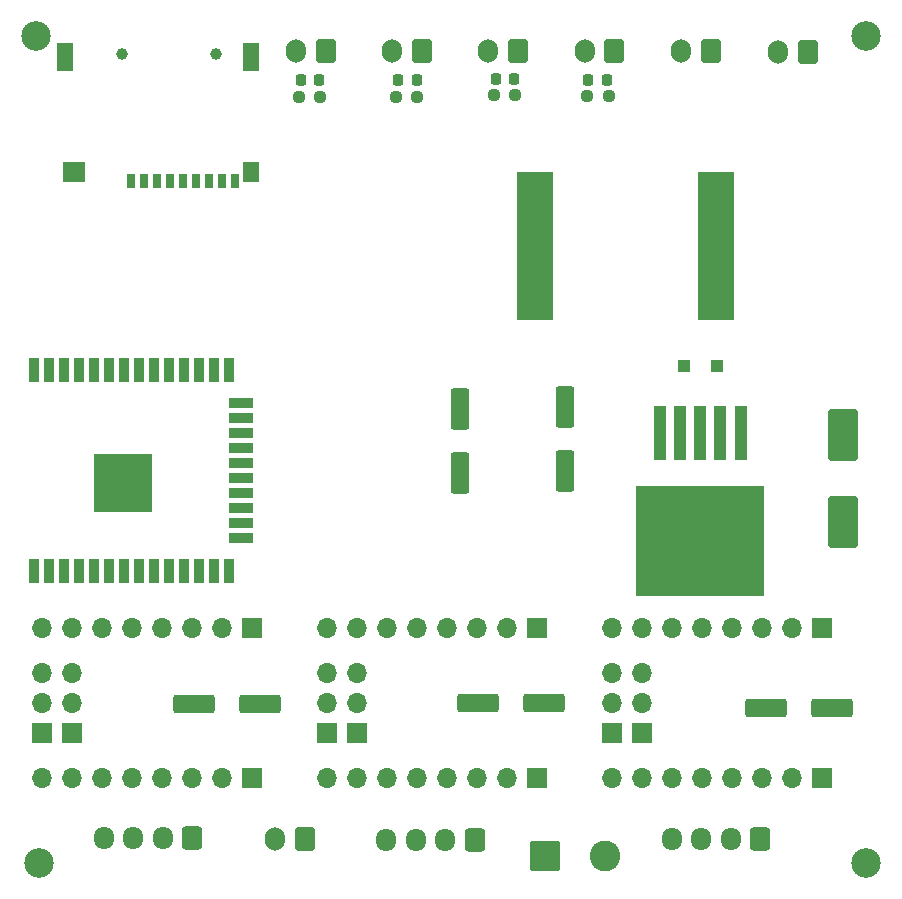
<source format=gbr>
%TF.GenerationSoftware,KiCad,Pcbnew,9.0.0*%
%TF.CreationDate,2025-04-21T14:47:56+01:00*%
%TF.ProjectId,ESP32_Cnc_Shield,45535033-325f-4436-9e63-5f536869656c,rev?*%
%TF.SameCoordinates,Original*%
%TF.FileFunction,Soldermask,Top*%
%TF.FilePolarity,Negative*%
%FSLAX46Y46*%
G04 Gerber Fmt 4.6, Leading zero omitted, Abs format (unit mm)*
G04 Created by KiCad (PCBNEW 9.0.0) date 2025-04-21 14:47:56*
%MOMM*%
%LPD*%
G01*
G04 APERTURE LIST*
G04 Aperture macros list*
%AMRoundRect*
0 Rectangle with rounded corners*
0 $1 Rounding radius*
0 $2 $3 $4 $5 $6 $7 $8 $9 X,Y pos of 4 corners*
0 Add a 4 corners polygon primitive as box body*
4,1,4,$2,$3,$4,$5,$6,$7,$8,$9,$2,$3,0*
0 Add four circle primitives for the rounded corners*
1,1,$1+$1,$2,$3*
1,1,$1+$1,$4,$5*
1,1,$1+$1,$6,$7*
1,1,$1+$1,$8,$9*
0 Add four rect primitives between the rounded corners*
20,1,$1+$1,$2,$3,$4,$5,0*
20,1,$1+$1,$4,$5,$6,$7,0*
20,1,$1+$1,$6,$7,$8,$9,0*
20,1,$1+$1,$8,$9,$2,$3,0*%
G04 Aperture macros list end*
%ADD10R,1.700000X1.700000*%
%ADD11O,1.700000X1.700000*%
%ADD12RoundRect,0.250000X1.500000X0.550000X-1.500000X0.550000X-1.500000X-0.550000X1.500000X-0.550000X0*%
%ADD13RoundRect,0.250000X-0.550000X1.500000X-0.550000X-1.500000X0.550000X-1.500000X0.550000X1.500000X0*%
%ADD14C,2.500000*%
%ADD15RoundRect,0.250000X0.600000X0.725000X-0.600000X0.725000X-0.600000X-0.725000X0.600000X-0.725000X0*%
%ADD16O,1.700000X1.950000*%
%ADD17RoundRect,0.250000X0.600000X0.750000X-0.600000X0.750000X-0.600000X-0.750000X0.600000X-0.750000X0*%
%ADD18O,1.700000X2.000000*%
%ADD19R,0.900000X2.000000*%
%ADD20R,2.000000X0.900000*%
%ADD21R,5.000000X5.000000*%
%ADD22C,0.999997*%
%ADD23R,0.700000X1.300000*%
%ADD24R,1.447800X1.651000*%
%ADD25R,1.447800X2.438400*%
%ADD26R,1.854200X1.651000*%
%ADD27RoundRect,0.237500X-0.250000X-0.237500X0.250000X-0.237500X0.250000X0.237500X-0.250000X0.237500X0*%
%ADD28R,1.100000X4.600000*%
%ADD29R,10.800000X9.400000*%
%ADD30RoundRect,0.250000X-1.050000X-1.050000X1.050000X-1.050000X1.050000X1.050000X-1.050000X1.050000X0*%
%ADD31C,2.600000*%
%ADD32RoundRect,0.250000X-1.000000X1.950000X-1.000000X-1.950000X1.000000X-1.950000X1.000000X1.950000X0*%
%ADD33R,3.150000X12.500000*%
%ADD34RoundRect,0.225000X0.225000X0.250000X-0.225000X0.250000X-0.225000X-0.250000X0.225000X-0.250000X0*%
%ADD35R,1.100000X1.100000*%
G04 APERTURE END LIST*
D10*
%TO.C,J11*%
X103505000Y-136510000D03*
D11*
X103505000Y-133970000D03*
X103505000Y-131430000D03*
%TD*%
D12*
%TO.C,C6*%
X119600000Y-134370000D03*
X114000000Y-134370000D03*
%TD*%
D13*
%TO.C,C2*%
X97050000Y-108890000D03*
X97050000Y-114290000D03*
%TD*%
D14*
%TO.C,H2*%
X52250000Y-77500000D03*
%TD*%
D15*
%TO.C,J17*%
X89360000Y-145530000D03*
D16*
X86860000Y-145530000D03*
X84360000Y-145530000D03*
X81860000Y-145530000D03*
%TD*%
D14*
%TO.C,H4*%
X122500000Y-147500000D03*
%TD*%
D12*
%TO.C,C4*%
X71200000Y-134020000D03*
X65600000Y-134020000D03*
%TD*%
D17*
%TO.C,J2*%
X74990000Y-145490000D03*
D18*
X72490000Y-145490000D03*
%TD*%
D19*
%TO.C,U1*%
X52070000Y-122800000D03*
X53340000Y-122800000D03*
X54610000Y-122800000D03*
X55880000Y-122800000D03*
X57150000Y-122800000D03*
X58420000Y-122800000D03*
X59690000Y-122800000D03*
X60960000Y-122800000D03*
X62230000Y-122800000D03*
X63500000Y-122800000D03*
X64770000Y-122800000D03*
X66040000Y-122800000D03*
X67310000Y-122800000D03*
X68580000Y-122800000D03*
D20*
X69580000Y-120015000D03*
X69580000Y-118745000D03*
X69580000Y-117475000D03*
X69580000Y-116205000D03*
X69580000Y-114935000D03*
X69580000Y-113665000D03*
X69580000Y-112395000D03*
X69580000Y-111125000D03*
X69580000Y-109855000D03*
X69580000Y-108585000D03*
D19*
X68580000Y-105800000D03*
X67310000Y-105800000D03*
X66040000Y-105800000D03*
X64770000Y-105800000D03*
X63500000Y-105800000D03*
X62230000Y-105800000D03*
X60960000Y-105800000D03*
X59690000Y-105800000D03*
X58420000Y-105800000D03*
X57150000Y-105800000D03*
X55880000Y-105800000D03*
X54610000Y-105800000D03*
X53340000Y-105800000D03*
X52070000Y-105800000D03*
D21*
X59570000Y-115300000D03*
%TD*%
D22*
%TO.C,MICRO_SD1*%
X67483800Y-79039400D03*
X59508200Y-79039400D03*
D23*
X60250200Y-89743800D03*
X61350200Y-89743800D03*
X62450200Y-89743800D03*
X63550200Y-89743800D03*
X64650200Y-89743800D03*
X65750200Y-89743800D03*
X66850200Y-89743800D03*
X67950200Y-89743800D03*
X69050200Y-89743800D03*
D24*
X70468600Y-88970000D03*
D25*
X70468600Y-79270000D03*
X54643800Y-79270000D03*
D26*
X55418800Y-88970000D03*
%TD*%
D10*
%TO.C,J13*%
X118745000Y-127620000D03*
D11*
X116205000Y-127620000D03*
X113665000Y-127620000D03*
X111125000Y-127620000D03*
X108585000Y-127620000D03*
X106045000Y-127620000D03*
X103505000Y-127620000D03*
X100965000Y-127620000D03*
%TD*%
D27*
%TO.C,R11*%
X91000000Y-82480000D03*
X92825000Y-82480000D03*
%TD*%
D10*
%TO.C,J10*%
X100965000Y-136510000D03*
D11*
X100965000Y-133970000D03*
X100965000Y-131430000D03*
%TD*%
D10*
%TO.C,J4*%
X70485000Y-127620000D03*
D11*
X67945000Y-127620000D03*
X65405000Y-127620000D03*
X62865000Y-127620000D03*
X60325000Y-127620000D03*
X57785000Y-127620000D03*
X55245000Y-127620000D03*
X52705000Y-127620000D03*
%TD*%
D15*
%TO.C,J16*%
X113560000Y-145450000D03*
D16*
X111060000Y-145450000D03*
X108560000Y-145450000D03*
X106060000Y-145450000D03*
%TD*%
D28*
%TO.C,U2*%
X111880000Y-111075000D03*
X110180000Y-111075000D03*
X108480000Y-111075000D03*
D29*
X108480000Y-120225000D03*
D28*
X106780000Y-111075000D03*
X105080000Y-111075000D03*
%TD*%
D10*
%TO.C,J15*%
X94615000Y-140320000D03*
D11*
X92075000Y-140320000D03*
X89535000Y-140320000D03*
X86995000Y-140320000D03*
X84455000Y-140320000D03*
X81915000Y-140320000D03*
X79375000Y-140320000D03*
X76835000Y-140320000D03*
%TD*%
D10*
%TO.C,J12*%
X94615000Y-127620000D03*
D11*
X92075000Y-127620000D03*
X89535000Y-127620000D03*
X86995000Y-127620000D03*
X84455000Y-127620000D03*
X81915000Y-127620000D03*
X79375000Y-127620000D03*
X76835000Y-127620000D03*
%TD*%
D30*
%TO.C,J1*%
X95315000Y-146912500D03*
D31*
X100395000Y-146912500D03*
%TD*%
D27*
%TO.C,R13*%
X74487500Y-82620000D03*
X76312500Y-82620000D03*
%TD*%
D17*
%TO.C,J21*%
X76750000Y-78750000D03*
D18*
X74250000Y-78750000D03*
%TD*%
D12*
%TO.C,C5*%
X95210000Y-133980000D03*
X89610000Y-133980000D03*
%TD*%
D32*
%TO.C,C1*%
X120545000Y-111245000D03*
X120545000Y-118645000D03*
%TD*%
D15*
%TO.C,J6*%
X65450000Y-145410000D03*
D16*
X62950000Y-145410000D03*
X60450000Y-145410000D03*
X57950000Y-145410000D03*
%TD*%
D17*
%TO.C,J20*%
X101175000Y-78800000D03*
D18*
X98675000Y-78800000D03*
%TD*%
D33*
%TO.C,L1*%
X109805000Y-95260000D03*
X94455000Y-95260000D03*
%TD*%
D10*
%TO.C,J3*%
X52705000Y-136510000D03*
D11*
X52705000Y-133970000D03*
X52705000Y-131430000D03*
%TD*%
D17*
%TO.C,J24*%
X109380000Y-78790000D03*
D18*
X106880000Y-78790000D03*
%TD*%
D14*
%TO.C,H3*%
X52500000Y-147500000D03*
%TD*%
D34*
%TO.C,C7*%
X84462500Y-81210000D03*
X82912500Y-81210000D03*
%TD*%
D13*
%TO.C,C3*%
X88160000Y-109070000D03*
X88160000Y-114470000D03*
%TD*%
D10*
%TO.C,J9*%
X79375000Y-136510000D03*
D11*
X79375000Y-133970000D03*
X79375000Y-131430000D03*
%TD*%
D34*
%TO.C,C9*%
X100552500Y-81230000D03*
X99002500Y-81230000D03*
%TD*%
%TO.C,C10*%
X76207500Y-81200000D03*
X74657500Y-81200000D03*
%TD*%
D17*
%TO.C,J18*%
X84877500Y-78760000D03*
D18*
X82377500Y-78760000D03*
%TD*%
D27*
%TO.C,R10*%
X82667500Y-82650000D03*
X84492500Y-82650000D03*
%TD*%
D34*
%TO.C,C8*%
X92705000Y-81170000D03*
X91155000Y-81170000D03*
%TD*%
D14*
%TO.C,H1*%
X122500000Y-77500000D03*
%TD*%
D10*
%TO.C,J5*%
X70485000Y-140320000D03*
D11*
X67945000Y-140320000D03*
X65405000Y-140320000D03*
X62865000Y-140320000D03*
X60325000Y-140320000D03*
X57785000Y-140320000D03*
X55245000Y-140320000D03*
X52705000Y-140320000D03*
%TD*%
D35*
%TO.C,D1*%
X109880000Y-105420000D03*
X107080000Y-105420000D03*
%TD*%
D10*
%TO.C,J14*%
X118745000Y-140320000D03*
D11*
X116205000Y-140320000D03*
X113665000Y-140320000D03*
X111125000Y-140320000D03*
X108585000Y-140320000D03*
X106045000Y-140320000D03*
X103505000Y-140320000D03*
X100965000Y-140320000D03*
%TD*%
D10*
%TO.C,J8*%
X76835000Y-136510000D03*
D11*
X76835000Y-133970000D03*
X76835000Y-131430000D03*
%TD*%
D27*
%TO.C,R12*%
X98877500Y-82610000D03*
X100702500Y-82610000D03*
%TD*%
D17*
%TO.C,J25*%
X117550000Y-78810000D03*
D18*
X115050000Y-78810000D03*
%TD*%
D17*
%TO.C,J19*%
X93002500Y-78770000D03*
D18*
X90502500Y-78770000D03*
%TD*%
D10*
%TO.C,J7*%
X55245000Y-136510000D03*
D11*
X55245000Y-133970000D03*
X55245000Y-131430000D03*
%TD*%
M02*

</source>
